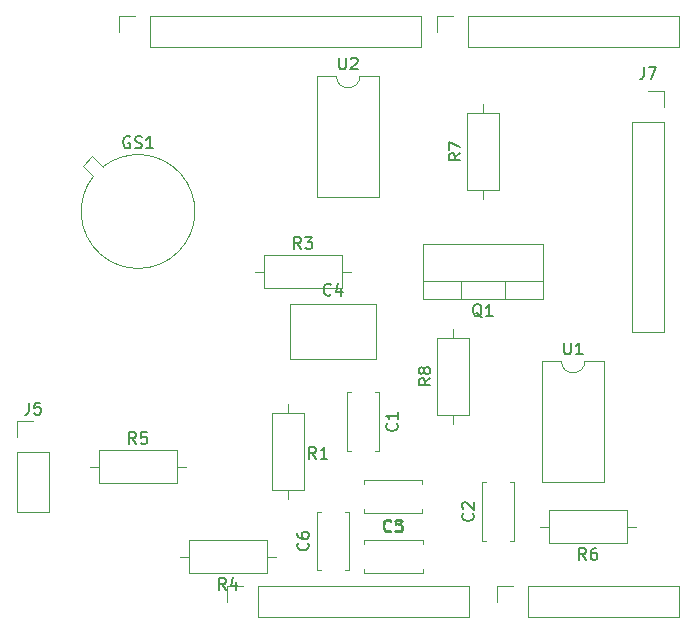
<source format=gbr>
%TF.GenerationSoftware,KiCad,Pcbnew,7.0.9*%
%TF.CreationDate,2023-12-15T11:06:34+01:00*%
%TF.ProjectId,MOSHield2,4d4f5348-6965-46c6-9432-2e6b69636164,rev?*%
%TF.SameCoordinates,Original*%
%TF.FileFunction,Legend,Top*%
%TF.FilePolarity,Positive*%
%FSLAX46Y46*%
G04 Gerber Fmt 4.6, Leading zero omitted, Abs format (unit mm)*
G04 Created by KiCad (PCBNEW 7.0.9) date 2023-12-15 11:06:34*
%MOMM*%
%LPD*%
G01*
G04 APERTURE LIST*
%ADD10C,0.150000*%
%ADD11C,0.120000*%
G04 APERTURE END LIST*
D10*
X133419580Y-92506666D02*
X133467200Y-92554285D01*
X133467200Y-92554285D02*
X133514819Y-92697142D01*
X133514819Y-92697142D02*
X133514819Y-92792380D01*
X133514819Y-92792380D02*
X133467200Y-92935237D01*
X133467200Y-92935237D02*
X133371961Y-93030475D01*
X133371961Y-93030475D02*
X133276723Y-93078094D01*
X133276723Y-93078094D02*
X133086247Y-93125713D01*
X133086247Y-93125713D02*
X132943390Y-93125713D01*
X132943390Y-93125713D02*
X132752914Y-93078094D01*
X132752914Y-93078094D02*
X132657676Y-93030475D01*
X132657676Y-93030475D02*
X132562438Y-92935237D01*
X132562438Y-92935237D02*
X132514819Y-92792380D01*
X132514819Y-92792380D02*
X132514819Y-92697142D01*
X132514819Y-92697142D02*
X132562438Y-92554285D01*
X132562438Y-92554285D02*
X132610057Y-92506666D01*
X132514819Y-91649523D02*
X132514819Y-91839999D01*
X132514819Y-91839999D02*
X132562438Y-91935237D01*
X132562438Y-91935237D02*
X132610057Y-91982856D01*
X132610057Y-91982856D02*
X132752914Y-92078094D01*
X132752914Y-92078094D02*
X132943390Y-92125713D01*
X132943390Y-92125713D02*
X133324342Y-92125713D01*
X133324342Y-92125713D02*
X133419580Y-92078094D01*
X133419580Y-92078094D02*
X133467200Y-92030475D01*
X133467200Y-92030475D02*
X133514819Y-91935237D01*
X133514819Y-91935237D02*
X133514819Y-91744761D01*
X133514819Y-91744761D02*
X133467200Y-91649523D01*
X133467200Y-91649523D02*
X133419580Y-91601904D01*
X133419580Y-91601904D02*
X133324342Y-91554285D01*
X133324342Y-91554285D02*
X133086247Y-91554285D01*
X133086247Y-91554285D02*
X132991009Y-91601904D01*
X132991009Y-91601904D02*
X132943390Y-91649523D01*
X132943390Y-91649523D02*
X132895771Y-91744761D01*
X132895771Y-91744761D02*
X132895771Y-91935237D01*
X132895771Y-91935237D02*
X132943390Y-92030475D01*
X132943390Y-92030475D02*
X132991009Y-92078094D01*
X132991009Y-92078094D02*
X133086247Y-92125713D01*
X135393333Y-71459580D02*
X135345714Y-71507200D01*
X135345714Y-71507200D02*
X135202857Y-71554819D01*
X135202857Y-71554819D02*
X135107619Y-71554819D01*
X135107619Y-71554819D02*
X134964762Y-71507200D01*
X134964762Y-71507200D02*
X134869524Y-71411961D01*
X134869524Y-71411961D02*
X134821905Y-71316723D01*
X134821905Y-71316723D02*
X134774286Y-71126247D01*
X134774286Y-71126247D02*
X134774286Y-70983390D01*
X134774286Y-70983390D02*
X134821905Y-70792914D01*
X134821905Y-70792914D02*
X134869524Y-70697676D01*
X134869524Y-70697676D02*
X134964762Y-70602438D01*
X134964762Y-70602438D02*
X135107619Y-70554819D01*
X135107619Y-70554819D02*
X135202857Y-70554819D01*
X135202857Y-70554819D02*
X135345714Y-70602438D01*
X135345714Y-70602438D02*
X135393333Y-70650057D01*
X136250476Y-70888152D02*
X136250476Y-71554819D01*
X136012381Y-70507200D02*
X135774286Y-71221485D01*
X135774286Y-71221485D02*
X136393333Y-71221485D01*
X109826666Y-80629819D02*
X109826666Y-81344104D01*
X109826666Y-81344104D02*
X109779047Y-81486961D01*
X109779047Y-81486961D02*
X109683809Y-81582200D01*
X109683809Y-81582200D02*
X109540952Y-81629819D01*
X109540952Y-81629819D02*
X109445714Y-81629819D01*
X110779047Y-80629819D02*
X110302857Y-80629819D01*
X110302857Y-80629819D02*
X110255238Y-81106009D01*
X110255238Y-81106009D02*
X110302857Y-81058390D01*
X110302857Y-81058390D02*
X110398095Y-81010771D01*
X110398095Y-81010771D02*
X110636190Y-81010771D01*
X110636190Y-81010771D02*
X110731428Y-81058390D01*
X110731428Y-81058390D02*
X110779047Y-81106009D01*
X110779047Y-81106009D02*
X110826666Y-81201247D01*
X110826666Y-81201247D02*
X110826666Y-81439342D01*
X110826666Y-81439342D02*
X110779047Y-81534580D01*
X110779047Y-81534580D02*
X110731428Y-81582200D01*
X110731428Y-81582200D02*
X110636190Y-81629819D01*
X110636190Y-81629819D02*
X110398095Y-81629819D01*
X110398095Y-81629819D02*
X110302857Y-81582200D01*
X110302857Y-81582200D02*
X110255238Y-81534580D01*
X140473333Y-91429580D02*
X140425714Y-91477200D01*
X140425714Y-91477200D02*
X140282857Y-91524819D01*
X140282857Y-91524819D02*
X140187619Y-91524819D01*
X140187619Y-91524819D02*
X140044762Y-91477200D01*
X140044762Y-91477200D02*
X139949524Y-91381961D01*
X139949524Y-91381961D02*
X139901905Y-91286723D01*
X139901905Y-91286723D02*
X139854286Y-91096247D01*
X139854286Y-91096247D02*
X139854286Y-90953390D01*
X139854286Y-90953390D02*
X139901905Y-90762914D01*
X139901905Y-90762914D02*
X139949524Y-90667676D01*
X139949524Y-90667676D02*
X140044762Y-90572438D01*
X140044762Y-90572438D02*
X140187619Y-90524819D01*
X140187619Y-90524819D02*
X140282857Y-90524819D01*
X140282857Y-90524819D02*
X140425714Y-90572438D01*
X140425714Y-90572438D02*
X140473333Y-90620057D01*
X141378095Y-90524819D02*
X140901905Y-90524819D01*
X140901905Y-90524819D02*
X140854286Y-91001009D01*
X140854286Y-91001009D02*
X140901905Y-90953390D01*
X140901905Y-90953390D02*
X140997143Y-90905771D01*
X140997143Y-90905771D02*
X141235238Y-90905771D01*
X141235238Y-90905771D02*
X141330476Y-90953390D01*
X141330476Y-90953390D02*
X141378095Y-91001009D01*
X141378095Y-91001009D02*
X141425714Y-91096247D01*
X141425714Y-91096247D02*
X141425714Y-91334342D01*
X141425714Y-91334342D02*
X141378095Y-91429580D01*
X141378095Y-91429580D02*
X141330476Y-91477200D01*
X141330476Y-91477200D02*
X141235238Y-91524819D01*
X141235238Y-91524819D02*
X140997143Y-91524819D01*
X140997143Y-91524819D02*
X140901905Y-91477200D01*
X140901905Y-91477200D02*
X140854286Y-91429580D01*
X143804819Y-78576666D02*
X143328628Y-78909999D01*
X143804819Y-79148094D02*
X142804819Y-79148094D01*
X142804819Y-79148094D02*
X142804819Y-78767142D01*
X142804819Y-78767142D02*
X142852438Y-78671904D01*
X142852438Y-78671904D02*
X142900057Y-78624285D01*
X142900057Y-78624285D02*
X142995295Y-78576666D01*
X142995295Y-78576666D02*
X143138152Y-78576666D01*
X143138152Y-78576666D02*
X143233390Y-78624285D01*
X143233390Y-78624285D02*
X143281009Y-78671904D01*
X143281009Y-78671904D02*
X143328628Y-78767142D01*
X143328628Y-78767142D02*
X143328628Y-79148094D01*
X143233390Y-78005237D02*
X143185771Y-78100475D01*
X143185771Y-78100475D02*
X143138152Y-78148094D01*
X143138152Y-78148094D02*
X143042914Y-78195713D01*
X143042914Y-78195713D02*
X142995295Y-78195713D01*
X142995295Y-78195713D02*
X142900057Y-78148094D01*
X142900057Y-78148094D02*
X142852438Y-78100475D01*
X142852438Y-78100475D02*
X142804819Y-78005237D01*
X142804819Y-78005237D02*
X142804819Y-77814761D01*
X142804819Y-77814761D02*
X142852438Y-77719523D01*
X142852438Y-77719523D02*
X142900057Y-77671904D01*
X142900057Y-77671904D02*
X142995295Y-77624285D01*
X142995295Y-77624285D02*
X143042914Y-77624285D01*
X143042914Y-77624285D02*
X143138152Y-77671904D01*
X143138152Y-77671904D02*
X143185771Y-77719523D01*
X143185771Y-77719523D02*
X143233390Y-77814761D01*
X143233390Y-77814761D02*
X143233390Y-78005237D01*
X143233390Y-78005237D02*
X143281009Y-78100475D01*
X143281009Y-78100475D02*
X143328628Y-78148094D01*
X143328628Y-78148094D02*
X143423866Y-78195713D01*
X143423866Y-78195713D02*
X143614342Y-78195713D01*
X143614342Y-78195713D02*
X143709580Y-78148094D01*
X143709580Y-78148094D02*
X143757200Y-78100475D01*
X143757200Y-78100475D02*
X143804819Y-78005237D01*
X143804819Y-78005237D02*
X143804819Y-77814761D01*
X143804819Y-77814761D02*
X143757200Y-77719523D01*
X143757200Y-77719523D02*
X143709580Y-77671904D01*
X143709580Y-77671904D02*
X143614342Y-77624285D01*
X143614342Y-77624285D02*
X143423866Y-77624285D01*
X143423866Y-77624285D02*
X143328628Y-77671904D01*
X143328628Y-77671904D02*
X143281009Y-77719523D01*
X143281009Y-77719523D02*
X143233390Y-77814761D01*
X140959580Y-82386666D02*
X141007200Y-82434285D01*
X141007200Y-82434285D02*
X141054819Y-82577142D01*
X141054819Y-82577142D02*
X141054819Y-82672380D01*
X141054819Y-82672380D02*
X141007200Y-82815237D01*
X141007200Y-82815237D02*
X140911961Y-82910475D01*
X140911961Y-82910475D02*
X140816723Y-82958094D01*
X140816723Y-82958094D02*
X140626247Y-83005713D01*
X140626247Y-83005713D02*
X140483390Y-83005713D01*
X140483390Y-83005713D02*
X140292914Y-82958094D01*
X140292914Y-82958094D02*
X140197676Y-82910475D01*
X140197676Y-82910475D02*
X140102438Y-82815237D01*
X140102438Y-82815237D02*
X140054819Y-82672380D01*
X140054819Y-82672380D02*
X140054819Y-82577142D01*
X140054819Y-82577142D02*
X140102438Y-82434285D01*
X140102438Y-82434285D02*
X140150057Y-82386666D01*
X141054819Y-81434285D02*
X141054819Y-82005713D01*
X141054819Y-81719999D02*
X140054819Y-81719999D01*
X140054819Y-81719999D02*
X140197676Y-81815237D01*
X140197676Y-81815237D02*
X140292914Y-81910475D01*
X140292914Y-81910475D02*
X140340533Y-82005713D01*
X132853333Y-67604819D02*
X132520000Y-67128628D01*
X132281905Y-67604819D02*
X132281905Y-66604819D01*
X132281905Y-66604819D02*
X132662857Y-66604819D01*
X132662857Y-66604819D02*
X132758095Y-66652438D01*
X132758095Y-66652438D02*
X132805714Y-66700057D01*
X132805714Y-66700057D02*
X132853333Y-66795295D01*
X132853333Y-66795295D02*
X132853333Y-66938152D01*
X132853333Y-66938152D02*
X132805714Y-67033390D01*
X132805714Y-67033390D02*
X132758095Y-67081009D01*
X132758095Y-67081009D02*
X132662857Y-67128628D01*
X132662857Y-67128628D02*
X132281905Y-67128628D01*
X133186667Y-66604819D02*
X133805714Y-66604819D01*
X133805714Y-66604819D02*
X133472381Y-66985771D01*
X133472381Y-66985771D02*
X133615238Y-66985771D01*
X133615238Y-66985771D02*
X133710476Y-67033390D01*
X133710476Y-67033390D02*
X133758095Y-67081009D01*
X133758095Y-67081009D02*
X133805714Y-67176247D01*
X133805714Y-67176247D02*
X133805714Y-67414342D01*
X133805714Y-67414342D02*
X133758095Y-67509580D01*
X133758095Y-67509580D02*
X133710476Y-67557200D01*
X133710476Y-67557200D02*
X133615238Y-67604819D01*
X133615238Y-67604819D02*
X133329524Y-67604819D01*
X133329524Y-67604819D02*
X133234286Y-67557200D01*
X133234286Y-67557200D02*
X133186667Y-67509580D01*
X155128095Y-75544819D02*
X155128095Y-76354342D01*
X155128095Y-76354342D02*
X155175714Y-76449580D01*
X155175714Y-76449580D02*
X155223333Y-76497200D01*
X155223333Y-76497200D02*
X155318571Y-76544819D01*
X155318571Y-76544819D02*
X155509047Y-76544819D01*
X155509047Y-76544819D02*
X155604285Y-76497200D01*
X155604285Y-76497200D02*
X155651904Y-76449580D01*
X155651904Y-76449580D02*
X155699523Y-76354342D01*
X155699523Y-76354342D02*
X155699523Y-75544819D01*
X156699523Y-76544819D02*
X156128095Y-76544819D01*
X156413809Y-76544819D02*
X156413809Y-75544819D01*
X156413809Y-75544819D02*
X156318571Y-75687676D01*
X156318571Y-75687676D02*
X156223333Y-75782914D01*
X156223333Y-75782914D02*
X156128095Y-75830533D01*
X148164761Y-73395057D02*
X148069523Y-73347438D01*
X148069523Y-73347438D02*
X147974285Y-73252200D01*
X147974285Y-73252200D02*
X147831428Y-73109342D01*
X147831428Y-73109342D02*
X147736190Y-73061723D01*
X147736190Y-73061723D02*
X147640952Y-73061723D01*
X147688571Y-73299819D02*
X147593333Y-73252200D01*
X147593333Y-73252200D02*
X147498095Y-73156961D01*
X147498095Y-73156961D02*
X147450476Y-72966485D01*
X147450476Y-72966485D02*
X147450476Y-72633152D01*
X147450476Y-72633152D02*
X147498095Y-72442676D01*
X147498095Y-72442676D02*
X147593333Y-72347438D01*
X147593333Y-72347438D02*
X147688571Y-72299819D01*
X147688571Y-72299819D02*
X147879047Y-72299819D01*
X147879047Y-72299819D02*
X147974285Y-72347438D01*
X147974285Y-72347438D02*
X148069523Y-72442676D01*
X148069523Y-72442676D02*
X148117142Y-72633152D01*
X148117142Y-72633152D02*
X148117142Y-72966485D01*
X148117142Y-72966485D02*
X148069523Y-73156961D01*
X148069523Y-73156961D02*
X147974285Y-73252200D01*
X147974285Y-73252200D02*
X147879047Y-73299819D01*
X147879047Y-73299819D02*
X147688571Y-73299819D01*
X149069523Y-73299819D02*
X148498095Y-73299819D01*
X148783809Y-73299819D02*
X148783809Y-72299819D01*
X148783809Y-72299819D02*
X148688571Y-72442676D01*
X148688571Y-72442676D02*
X148593333Y-72537914D01*
X148593333Y-72537914D02*
X148498095Y-72585533D01*
X146344819Y-59526666D02*
X145868628Y-59859999D01*
X146344819Y-60098094D02*
X145344819Y-60098094D01*
X145344819Y-60098094D02*
X145344819Y-59717142D01*
X145344819Y-59717142D02*
X145392438Y-59621904D01*
X145392438Y-59621904D02*
X145440057Y-59574285D01*
X145440057Y-59574285D02*
X145535295Y-59526666D01*
X145535295Y-59526666D02*
X145678152Y-59526666D01*
X145678152Y-59526666D02*
X145773390Y-59574285D01*
X145773390Y-59574285D02*
X145821009Y-59621904D01*
X145821009Y-59621904D02*
X145868628Y-59717142D01*
X145868628Y-59717142D02*
X145868628Y-60098094D01*
X145344819Y-59193332D02*
X145344819Y-58526666D01*
X145344819Y-58526666D02*
X146344819Y-58955237D01*
X156983333Y-93934819D02*
X156650000Y-93458628D01*
X156411905Y-93934819D02*
X156411905Y-92934819D01*
X156411905Y-92934819D02*
X156792857Y-92934819D01*
X156792857Y-92934819D02*
X156888095Y-92982438D01*
X156888095Y-92982438D02*
X156935714Y-93030057D01*
X156935714Y-93030057D02*
X156983333Y-93125295D01*
X156983333Y-93125295D02*
X156983333Y-93268152D01*
X156983333Y-93268152D02*
X156935714Y-93363390D01*
X156935714Y-93363390D02*
X156888095Y-93411009D01*
X156888095Y-93411009D02*
X156792857Y-93458628D01*
X156792857Y-93458628D02*
X156411905Y-93458628D01*
X157840476Y-92934819D02*
X157650000Y-92934819D01*
X157650000Y-92934819D02*
X157554762Y-92982438D01*
X157554762Y-92982438D02*
X157507143Y-93030057D01*
X157507143Y-93030057D02*
X157411905Y-93172914D01*
X157411905Y-93172914D02*
X157364286Y-93363390D01*
X157364286Y-93363390D02*
X157364286Y-93744342D01*
X157364286Y-93744342D02*
X157411905Y-93839580D01*
X157411905Y-93839580D02*
X157459524Y-93887200D01*
X157459524Y-93887200D02*
X157554762Y-93934819D01*
X157554762Y-93934819D02*
X157745238Y-93934819D01*
X157745238Y-93934819D02*
X157840476Y-93887200D01*
X157840476Y-93887200D02*
X157888095Y-93839580D01*
X157888095Y-93839580D02*
X157935714Y-93744342D01*
X157935714Y-93744342D02*
X157935714Y-93506247D01*
X157935714Y-93506247D02*
X157888095Y-93411009D01*
X157888095Y-93411009D02*
X157840476Y-93363390D01*
X157840476Y-93363390D02*
X157745238Y-93315771D01*
X157745238Y-93315771D02*
X157554762Y-93315771D01*
X157554762Y-93315771D02*
X157459524Y-93363390D01*
X157459524Y-93363390D02*
X157411905Y-93411009D01*
X157411905Y-93411009D02*
X157364286Y-93506247D01*
X147389580Y-90006666D02*
X147437200Y-90054285D01*
X147437200Y-90054285D02*
X147484819Y-90197142D01*
X147484819Y-90197142D02*
X147484819Y-90292380D01*
X147484819Y-90292380D02*
X147437200Y-90435237D01*
X147437200Y-90435237D02*
X147341961Y-90530475D01*
X147341961Y-90530475D02*
X147246723Y-90578094D01*
X147246723Y-90578094D02*
X147056247Y-90625713D01*
X147056247Y-90625713D02*
X146913390Y-90625713D01*
X146913390Y-90625713D02*
X146722914Y-90578094D01*
X146722914Y-90578094D02*
X146627676Y-90530475D01*
X146627676Y-90530475D02*
X146532438Y-90435237D01*
X146532438Y-90435237D02*
X146484819Y-90292380D01*
X146484819Y-90292380D02*
X146484819Y-90197142D01*
X146484819Y-90197142D02*
X146532438Y-90054285D01*
X146532438Y-90054285D02*
X146580057Y-90006666D01*
X146580057Y-89625713D02*
X146532438Y-89578094D01*
X146532438Y-89578094D02*
X146484819Y-89482856D01*
X146484819Y-89482856D02*
X146484819Y-89244761D01*
X146484819Y-89244761D02*
X146532438Y-89149523D01*
X146532438Y-89149523D02*
X146580057Y-89101904D01*
X146580057Y-89101904D02*
X146675295Y-89054285D01*
X146675295Y-89054285D02*
X146770533Y-89054285D01*
X146770533Y-89054285D02*
X146913390Y-89101904D01*
X146913390Y-89101904D02*
X147484819Y-89673332D01*
X147484819Y-89673332D02*
X147484819Y-89054285D01*
X136078095Y-51414819D02*
X136078095Y-52224342D01*
X136078095Y-52224342D02*
X136125714Y-52319580D01*
X136125714Y-52319580D02*
X136173333Y-52367200D01*
X136173333Y-52367200D02*
X136268571Y-52414819D01*
X136268571Y-52414819D02*
X136459047Y-52414819D01*
X136459047Y-52414819D02*
X136554285Y-52367200D01*
X136554285Y-52367200D02*
X136601904Y-52319580D01*
X136601904Y-52319580D02*
X136649523Y-52224342D01*
X136649523Y-52224342D02*
X136649523Y-51414819D01*
X137078095Y-51510057D02*
X137125714Y-51462438D01*
X137125714Y-51462438D02*
X137220952Y-51414819D01*
X137220952Y-51414819D02*
X137459047Y-51414819D01*
X137459047Y-51414819D02*
X137554285Y-51462438D01*
X137554285Y-51462438D02*
X137601904Y-51510057D01*
X137601904Y-51510057D02*
X137649523Y-51605295D01*
X137649523Y-51605295D02*
X137649523Y-51700533D01*
X137649523Y-51700533D02*
X137601904Y-51843390D01*
X137601904Y-51843390D02*
X137030476Y-52414819D01*
X137030476Y-52414819D02*
X137649523Y-52414819D01*
X161896666Y-52234819D02*
X161896666Y-52949104D01*
X161896666Y-52949104D02*
X161849047Y-53091961D01*
X161849047Y-53091961D02*
X161753809Y-53187200D01*
X161753809Y-53187200D02*
X161610952Y-53234819D01*
X161610952Y-53234819D02*
X161515714Y-53234819D01*
X162277619Y-52234819D02*
X162944285Y-52234819D01*
X162944285Y-52234819D02*
X162515714Y-53234819D01*
X126503333Y-96474819D02*
X126170000Y-95998628D01*
X125931905Y-96474819D02*
X125931905Y-95474819D01*
X125931905Y-95474819D02*
X126312857Y-95474819D01*
X126312857Y-95474819D02*
X126408095Y-95522438D01*
X126408095Y-95522438D02*
X126455714Y-95570057D01*
X126455714Y-95570057D02*
X126503333Y-95665295D01*
X126503333Y-95665295D02*
X126503333Y-95808152D01*
X126503333Y-95808152D02*
X126455714Y-95903390D01*
X126455714Y-95903390D02*
X126408095Y-95951009D01*
X126408095Y-95951009D02*
X126312857Y-95998628D01*
X126312857Y-95998628D02*
X125931905Y-95998628D01*
X127360476Y-95808152D02*
X127360476Y-96474819D01*
X127122381Y-95427200D02*
X126884286Y-96141485D01*
X126884286Y-96141485D02*
X127503333Y-96141485D01*
X118883333Y-84114819D02*
X118550000Y-83638628D01*
X118311905Y-84114819D02*
X118311905Y-83114819D01*
X118311905Y-83114819D02*
X118692857Y-83114819D01*
X118692857Y-83114819D02*
X118788095Y-83162438D01*
X118788095Y-83162438D02*
X118835714Y-83210057D01*
X118835714Y-83210057D02*
X118883333Y-83305295D01*
X118883333Y-83305295D02*
X118883333Y-83448152D01*
X118883333Y-83448152D02*
X118835714Y-83543390D01*
X118835714Y-83543390D02*
X118788095Y-83591009D01*
X118788095Y-83591009D02*
X118692857Y-83638628D01*
X118692857Y-83638628D02*
X118311905Y-83638628D01*
X119788095Y-83114819D02*
X119311905Y-83114819D01*
X119311905Y-83114819D02*
X119264286Y-83591009D01*
X119264286Y-83591009D02*
X119311905Y-83543390D01*
X119311905Y-83543390D02*
X119407143Y-83495771D01*
X119407143Y-83495771D02*
X119645238Y-83495771D01*
X119645238Y-83495771D02*
X119740476Y-83543390D01*
X119740476Y-83543390D02*
X119788095Y-83591009D01*
X119788095Y-83591009D02*
X119835714Y-83686247D01*
X119835714Y-83686247D02*
X119835714Y-83924342D01*
X119835714Y-83924342D02*
X119788095Y-84019580D01*
X119788095Y-84019580D02*
X119740476Y-84067200D01*
X119740476Y-84067200D02*
X119645238Y-84114819D01*
X119645238Y-84114819D02*
X119407143Y-84114819D01*
X119407143Y-84114819D02*
X119311905Y-84067200D01*
X119311905Y-84067200D02*
X119264286Y-84019580D01*
X118364523Y-58122438D02*
X118269285Y-58074819D01*
X118269285Y-58074819D02*
X118126428Y-58074819D01*
X118126428Y-58074819D02*
X117983571Y-58122438D01*
X117983571Y-58122438D02*
X117888333Y-58217676D01*
X117888333Y-58217676D02*
X117840714Y-58312914D01*
X117840714Y-58312914D02*
X117793095Y-58503390D01*
X117793095Y-58503390D02*
X117793095Y-58646247D01*
X117793095Y-58646247D02*
X117840714Y-58836723D01*
X117840714Y-58836723D02*
X117888333Y-58931961D01*
X117888333Y-58931961D02*
X117983571Y-59027200D01*
X117983571Y-59027200D02*
X118126428Y-59074819D01*
X118126428Y-59074819D02*
X118221666Y-59074819D01*
X118221666Y-59074819D02*
X118364523Y-59027200D01*
X118364523Y-59027200D02*
X118412142Y-58979580D01*
X118412142Y-58979580D02*
X118412142Y-58646247D01*
X118412142Y-58646247D02*
X118221666Y-58646247D01*
X118793095Y-59027200D02*
X118935952Y-59074819D01*
X118935952Y-59074819D02*
X119174047Y-59074819D01*
X119174047Y-59074819D02*
X119269285Y-59027200D01*
X119269285Y-59027200D02*
X119316904Y-58979580D01*
X119316904Y-58979580D02*
X119364523Y-58884342D01*
X119364523Y-58884342D02*
X119364523Y-58789104D01*
X119364523Y-58789104D02*
X119316904Y-58693866D01*
X119316904Y-58693866D02*
X119269285Y-58646247D01*
X119269285Y-58646247D02*
X119174047Y-58598628D01*
X119174047Y-58598628D02*
X118983571Y-58551009D01*
X118983571Y-58551009D02*
X118888333Y-58503390D01*
X118888333Y-58503390D02*
X118840714Y-58455771D01*
X118840714Y-58455771D02*
X118793095Y-58360533D01*
X118793095Y-58360533D02*
X118793095Y-58265295D01*
X118793095Y-58265295D02*
X118840714Y-58170057D01*
X118840714Y-58170057D02*
X118888333Y-58122438D01*
X118888333Y-58122438D02*
X118983571Y-58074819D01*
X118983571Y-58074819D02*
X119221666Y-58074819D01*
X119221666Y-58074819D02*
X119364523Y-58122438D01*
X120316904Y-59074819D02*
X119745476Y-59074819D01*
X120031190Y-59074819D02*
X120031190Y-58074819D01*
X120031190Y-58074819D02*
X119935952Y-58217676D01*
X119935952Y-58217676D02*
X119840714Y-58312914D01*
X119840714Y-58312914D02*
X119745476Y-58360533D01*
X140513333Y-91509580D02*
X140465714Y-91557200D01*
X140465714Y-91557200D02*
X140322857Y-91604819D01*
X140322857Y-91604819D02*
X140227619Y-91604819D01*
X140227619Y-91604819D02*
X140084762Y-91557200D01*
X140084762Y-91557200D02*
X139989524Y-91461961D01*
X139989524Y-91461961D02*
X139941905Y-91366723D01*
X139941905Y-91366723D02*
X139894286Y-91176247D01*
X139894286Y-91176247D02*
X139894286Y-91033390D01*
X139894286Y-91033390D02*
X139941905Y-90842914D01*
X139941905Y-90842914D02*
X139989524Y-90747676D01*
X139989524Y-90747676D02*
X140084762Y-90652438D01*
X140084762Y-90652438D02*
X140227619Y-90604819D01*
X140227619Y-90604819D02*
X140322857Y-90604819D01*
X140322857Y-90604819D02*
X140465714Y-90652438D01*
X140465714Y-90652438D02*
X140513333Y-90700057D01*
X140846667Y-90604819D02*
X141465714Y-90604819D01*
X141465714Y-90604819D02*
X141132381Y-90985771D01*
X141132381Y-90985771D02*
X141275238Y-90985771D01*
X141275238Y-90985771D02*
X141370476Y-91033390D01*
X141370476Y-91033390D02*
X141418095Y-91081009D01*
X141418095Y-91081009D02*
X141465714Y-91176247D01*
X141465714Y-91176247D02*
X141465714Y-91414342D01*
X141465714Y-91414342D02*
X141418095Y-91509580D01*
X141418095Y-91509580D02*
X141370476Y-91557200D01*
X141370476Y-91557200D02*
X141275238Y-91604819D01*
X141275238Y-91604819D02*
X140989524Y-91604819D01*
X140989524Y-91604819D02*
X140894286Y-91557200D01*
X140894286Y-91557200D02*
X140846667Y-91509580D01*
X134123333Y-85384819D02*
X133790000Y-84908628D01*
X133551905Y-85384819D02*
X133551905Y-84384819D01*
X133551905Y-84384819D02*
X133932857Y-84384819D01*
X133932857Y-84384819D02*
X134028095Y-84432438D01*
X134028095Y-84432438D02*
X134075714Y-84480057D01*
X134075714Y-84480057D02*
X134123333Y-84575295D01*
X134123333Y-84575295D02*
X134123333Y-84718152D01*
X134123333Y-84718152D02*
X134075714Y-84813390D01*
X134075714Y-84813390D02*
X134028095Y-84861009D01*
X134028095Y-84861009D02*
X133932857Y-84908628D01*
X133932857Y-84908628D02*
X133551905Y-84908628D01*
X135075714Y-85384819D02*
X134504286Y-85384819D01*
X134790000Y-85384819D02*
X134790000Y-84384819D01*
X134790000Y-84384819D02*
X134694762Y-84527676D01*
X134694762Y-84527676D02*
X134599524Y-84622914D01*
X134599524Y-84622914D02*
X134504286Y-84670533D01*
D11*
%TO.C,C6*%
X134190000Y-94810000D02*
X134190000Y-89870000D01*
X134190000Y-94810000D02*
X134505000Y-94810000D01*
X136615000Y-89870000D02*
X136930000Y-89870000D01*
X134190000Y-89870000D02*
X134505000Y-89870000D01*
X136930000Y-94810000D02*
X136930000Y-89870000D01*
X136615000Y-94810000D02*
X136930000Y-94810000D01*
%TO.C,J1*%
X129210000Y-98790000D02*
X147050000Y-98790000D01*
X129210000Y-98790000D02*
X129210000Y-96130000D01*
X147050000Y-98790000D02*
X147050000Y-96130000D01*
X126610000Y-97460000D02*
X126610000Y-96130000D01*
X126610000Y-96130000D02*
X127940000Y-96130000D01*
X129210000Y-96130000D02*
X147050000Y-96130000D01*
%TO.C,J3*%
X152070000Y-98790000D02*
X164830000Y-98790000D01*
X152070000Y-98790000D02*
X152070000Y-96130000D01*
X164830000Y-98790000D02*
X164830000Y-96130000D01*
X149470000Y-97460000D02*
X149470000Y-96130000D01*
X149470000Y-96130000D02*
X150800000Y-96130000D01*
X152070000Y-96130000D02*
X164830000Y-96130000D01*
%TO.C,J2*%
X120066000Y-50530000D02*
X142986000Y-50530000D01*
X120066000Y-50530000D02*
X120066000Y-47870000D01*
X142986000Y-50530000D02*
X142986000Y-47870000D01*
X117466000Y-49200000D02*
X117466000Y-47870000D01*
X117466000Y-47870000D02*
X118796000Y-47870000D01*
X120066000Y-47870000D02*
X142986000Y-47870000D01*
%TO.C,J4*%
X146990000Y-50530000D02*
X164830000Y-50530000D01*
X146990000Y-50530000D02*
X146990000Y-47870000D01*
X164830000Y-50530000D02*
X164830000Y-47870000D01*
X144390000Y-49200000D02*
X144390000Y-47870000D01*
X144390000Y-47870000D02*
X145720000Y-47870000D01*
X146990000Y-47870000D02*
X164830000Y-47870000D01*
%TO.C,C4*%
X131940000Y-72230000D02*
X131940000Y-76970000D01*
X131940000Y-72230000D02*
X139180000Y-72230000D01*
X131940000Y-76970000D02*
X139180000Y-76970000D01*
X139180000Y-72230000D02*
X139180000Y-76970000D01*
%TO.C,J5*%
X108830000Y-82175000D02*
X110160000Y-82175000D01*
X108830000Y-83505000D02*
X108830000Y-82175000D01*
X108830000Y-84775000D02*
X108830000Y-89915000D01*
X108830000Y-84775000D02*
X111490000Y-84775000D01*
X108830000Y-89915000D02*
X111490000Y-89915000D01*
X111490000Y-84775000D02*
X111490000Y-89915000D01*
%TO.C,C5*%
X143110000Y-89940000D02*
X143110000Y-89625000D01*
X143110000Y-89940000D02*
X138170000Y-89940000D01*
X143110000Y-87515000D02*
X143110000Y-87200000D01*
X143110000Y-87200000D02*
X138170000Y-87200000D01*
X138170000Y-89940000D02*
X138170000Y-89625000D01*
X138170000Y-87515000D02*
X138170000Y-87200000D01*
%TO.C,R8*%
X145720000Y-82450000D02*
X145720000Y-81680000D01*
X144350000Y-81680000D02*
X147090000Y-81680000D01*
X147090000Y-81680000D02*
X147090000Y-75140000D01*
X144350000Y-75140000D02*
X144350000Y-81680000D01*
X147090000Y-75140000D02*
X144350000Y-75140000D01*
X145720000Y-74370000D02*
X145720000Y-75140000D01*
%TO.C,C1*%
X139470000Y-79750000D02*
X139155000Y-79750000D01*
X139470000Y-79750000D02*
X139470000Y-84690000D01*
X137045000Y-79750000D02*
X136730000Y-79750000D01*
X136730000Y-79750000D02*
X136730000Y-84690000D01*
X139470000Y-84690000D02*
X139155000Y-84690000D01*
X137045000Y-84690000D02*
X136730000Y-84690000D01*
%TO.C,R3*%
X128980000Y-69520000D02*
X129750000Y-69520000D01*
X129750000Y-68150000D02*
X129750000Y-70890000D01*
X129750000Y-70890000D02*
X136290000Y-70890000D01*
X136290000Y-68150000D02*
X129750000Y-68150000D01*
X136290000Y-70890000D02*
X136290000Y-68150000D01*
X137060000Y-69520000D02*
X136290000Y-69520000D01*
%TO.C,U1*%
X153240000Y-77090000D02*
X153240000Y-87370000D01*
X153240000Y-87370000D02*
X158540000Y-87370000D01*
X154890000Y-77090000D02*
X153240000Y-77090000D01*
X158540000Y-77090000D02*
X156890000Y-77090000D01*
X158540000Y-87370000D02*
X158540000Y-77090000D01*
X154890000Y-77090000D02*
G75*
G03*
X156890000Y-77090000I1000000J0D01*
G01*
%TO.C,Q1*%
X153380000Y-71845000D02*
X153380000Y-67204000D01*
X153380000Y-71845000D02*
X143140000Y-71845000D01*
X153380000Y-70335000D02*
X143140000Y-70335000D01*
X153380000Y-67204000D02*
X143140000Y-67204000D01*
X150110000Y-71845000D02*
X150110000Y-70335000D01*
X146409000Y-71845000D02*
X146409000Y-70335000D01*
X143140000Y-71845000D02*
X143140000Y-67204000D01*
%TO.C,R7*%
X148260000Y-63400000D02*
X148260000Y-62630000D01*
X146890000Y-62630000D02*
X149630000Y-62630000D01*
X149630000Y-62630000D02*
X149630000Y-56090000D01*
X146890000Y-56090000D02*
X146890000Y-62630000D01*
X149630000Y-56090000D02*
X146890000Y-56090000D01*
X148260000Y-55320000D02*
X148260000Y-56090000D01*
%TO.C,R6*%
X153110000Y-91110000D02*
X153880000Y-91110000D01*
X153880000Y-89740000D02*
X153880000Y-92480000D01*
X153880000Y-92480000D02*
X160420000Y-92480000D01*
X160420000Y-89740000D02*
X153880000Y-89740000D01*
X160420000Y-92480000D02*
X160420000Y-89740000D01*
X161190000Y-91110000D02*
X160420000Y-91110000D01*
%TO.C,C2*%
X148160000Y-92310000D02*
X148475000Y-92310000D01*
X148160000Y-92310000D02*
X148160000Y-87370000D01*
X150585000Y-92310000D02*
X150900000Y-92310000D01*
X150900000Y-92310000D02*
X150900000Y-87370000D01*
X148160000Y-87370000D02*
X148475000Y-87370000D01*
X150585000Y-87370000D02*
X150900000Y-87370000D01*
%TO.C,U2*%
X134190000Y-52960000D02*
X134190000Y-63240000D01*
X134190000Y-63240000D02*
X139490000Y-63240000D01*
X135840000Y-52960000D02*
X134190000Y-52960000D01*
X139490000Y-52960000D02*
X137840000Y-52960000D01*
X139490000Y-63240000D02*
X139490000Y-52960000D01*
X135840000Y-52960000D02*
G75*
G03*
X137840000Y-52960000I1000000J0D01*
G01*
%TO.C,J7*%
X160900000Y-56820000D02*
X160900000Y-74660000D01*
X160900000Y-56820000D02*
X163560000Y-56820000D01*
X160900000Y-74660000D02*
X163560000Y-74660000D01*
X162230000Y-54220000D02*
X163560000Y-54220000D01*
X163560000Y-54220000D02*
X163560000Y-55550000D01*
X163560000Y-56820000D02*
X163560000Y-74660000D01*
%TO.C,R4*%
X130710000Y-93650000D02*
X129940000Y-93650000D01*
X129940000Y-95020000D02*
X129940000Y-92280000D01*
X129940000Y-92280000D02*
X123400000Y-92280000D01*
X123400000Y-95020000D02*
X129940000Y-95020000D01*
X123400000Y-92280000D02*
X123400000Y-95020000D01*
X122630000Y-93650000D02*
X123400000Y-93650000D01*
%TO.C,R5*%
X115010000Y-86030000D02*
X115780000Y-86030000D01*
X115780000Y-84660000D02*
X115780000Y-87400000D01*
X115780000Y-87400000D02*
X122320000Y-87400000D01*
X122320000Y-84660000D02*
X115780000Y-84660000D01*
X122320000Y-87400000D02*
X122320000Y-84660000D01*
X123090000Y-86030000D02*
X122320000Y-86030000D01*
%TO.C,GS1*%
X115280327Y-61442629D02*
G75*
G03*
X116057916Y-60665099I3774673J-2997371D01*
G01*
X116057916Y-60665098D02*
X115166961Y-59774144D01*
X115166961Y-59774144D02*
X114389144Y-60551961D01*
X114389144Y-60551961D02*
X115280098Y-61442916D01*
%TO.C,C3*%
X138210000Y-92280000D02*
X138210000Y-92595000D01*
X138210000Y-92280000D02*
X143150000Y-92280000D01*
X138210000Y-94705000D02*
X138210000Y-95020000D01*
X138210000Y-95020000D02*
X143150000Y-95020000D01*
X143150000Y-92280000D02*
X143150000Y-92595000D01*
X143150000Y-94705000D02*
X143150000Y-95020000D01*
%TO.C,R1*%
X131750000Y-80720000D02*
X131750000Y-81490000D01*
X133120000Y-81490000D02*
X130380000Y-81490000D01*
X130380000Y-81490000D02*
X130380000Y-88030000D01*
X133120000Y-88030000D02*
X133120000Y-81490000D01*
X130380000Y-88030000D02*
X133120000Y-88030000D01*
X131750000Y-88800000D02*
X131750000Y-88030000D01*
%TD*%
M02*

</source>
